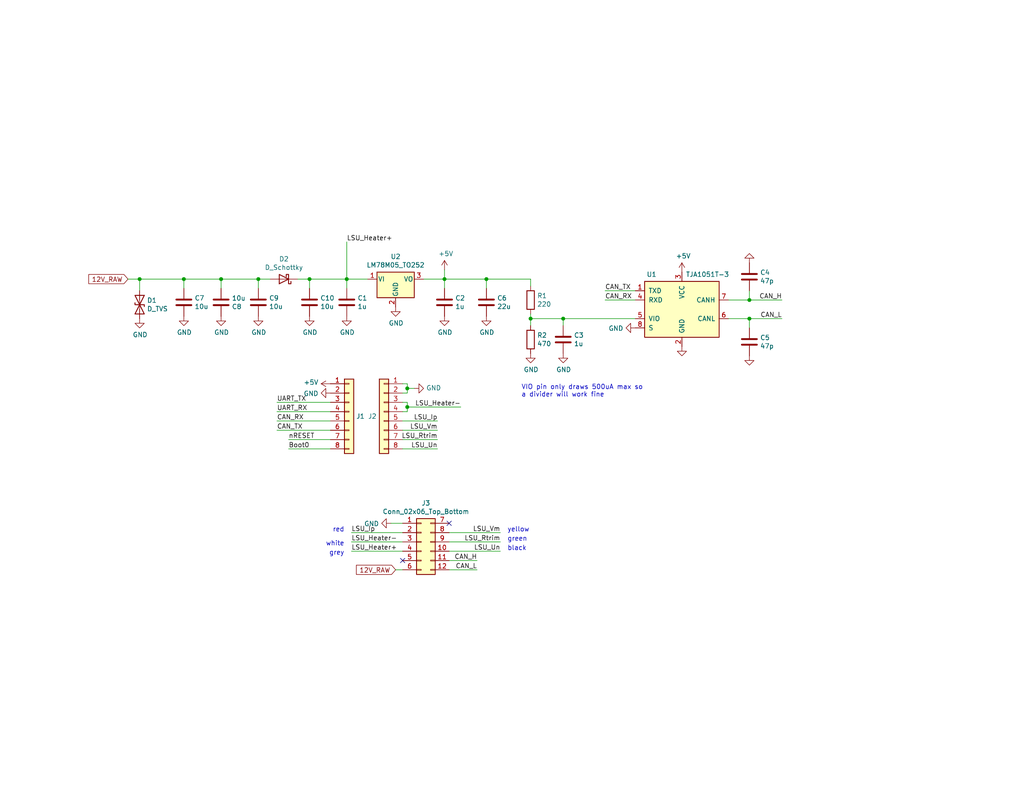
<source format=kicad_sch>
(kicad_sch (version 20211123) (generator eeschema)
  (paper "USLetter")
  (lib_symbols
    (symbol "Connector_Generic:Conn_01x08" (pin_names (offset 1.016) hide)
      (property "Reference" "J" (at 0 10.16 0))
      (property "Value" "Conn_01x08" (at 0 -12.7 0))
      (symbol "Conn_01x08_1_1"
        (rectangle (start -1.27 -10.033) (end 0 -10.287) (stroke (width 0.1524)))
        (rectangle (start -1.27 -7.493) (end 0 -7.747) (stroke (width 0.1524)))
        (rectangle (start -1.27 -4.953) (end 0 -5.207) (stroke (width 0.1524)))
        (rectangle (start -1.27 -2.413) (end 0 -2.667) (stroke (width 0.1524)))
        (rectangle (start -1.27 0.127) (end 0 -0.127) (stroke (width 0.1524)))
        (rectangle (start -1.27 2.667) (end 0 2.413) (stroke (width 0.1524)))
        (rectangle (start -1.27 5.207) (end 0 4.953) (stroke (width 0.1524)))
        (rectangle (start -1.27 7.747) (end 0 7.493) (stroke (width 0.1524)))
        (rectangle (start -1.27 8.89) (end 1.27 -11.43) (stroke (width 0.254)) (fill (type background)))
        (pin passive line (at -5.08 7.62 0) (length 3.81) (name "Pin_1") (number "1"))
        (pin passive line (at -5.08 5.08 0) (length 3.81) (name "Pin_2") (number "2"))
        (pin passive line (at -5.08 2.54 0) (length 3.81) (name "Pin_3") (number "3"))
        (pin passive line (at -5.08 0 0) (length 3.81) (name "Pin_4") (number "4"))
        (pin passive line (at -5.08 -2.54 0) (length 3.81) (name "Pin_5") (number "5"))
        (pin passive line (at -5.08 -5.08 0) (length 3.81) (name "Pin_6") (number "6"))
        (pin passive line (at -5.08 -7.62 0) (length 3.81) (name "Pin_7") (number "7"))
        (pin passive line (at -5.08 -10.16 0) (length 3.81) (name "Pin_8") (number "8"))
      )
    )
    (symbol "Connector_Generic:Conn_02x06_Top_Bottom" (pin_names (offset 1.016) hide)
      (property "Reference" "J" (at 1.27 7.62 0))
      (property "Value" "Conn_02x06_Top_Bottom" (at 1.27 -10.16 0))
      (symbol "Conn_02x06_Top_Bottom_1_1"
        (rectangle (start -1.27 -7.493) (end 0 -7.747) (stroke (width 0.1524)))
        (rectangle (start -1.27 -4.953) (end 0 -5.207) (stroke (width 0.1524)))
        (rectangle (start -1.27 -2.413) (end 0 -2.667) (stroke (width 0.1524)))
        (rectangle (start -1.27 0.127) (end 0 -0.127) (stroke (width 0.1524)))
        (rectangle (start -1.27 2.667) (end 0 2.413) (stroke (width 0.1524)))
        (rectangle (start -1.27 5.207) (end 0 4.953) (stroke (width 0.1524)))
        (rectangle (start -1.27 6.35) (end 3.81 -8.89) (stroke (width 0.254)) (fill (type background)))
        (rectangle (start 3.81 -7.493) (end 2.54 -7.747) (stroke (width 0.1524)))
        (rectangle (start 3.81 -4.953) (end 2.54 -5.207) (stroke (width 0.1524)))
        (rectangle (start 3.81 -2.413) (end 2.54 -2.667) (stroke (width 0.1524)))
        (rectangle (start 3.81 0.127) (end 2.54 -0.127) (stroke (width 0.1524)))
        (rectangle (start 3.81 2.667) (end 2.54 2.413) (stroke (width 0.1524)))
        (rectangle (start 3.81 5.207) (end 2.54 4.953) (stroke (width 0.1524)))
        (pin passive line (at -5.08 5.08 0) (length 3.81) (name "Pin_1") (number "1"))
        (pin passive line (at 7.62 -2.54 180) (length 3.81) (name "Pin_10") (number "10"))
        (pin passive line (at 7.62 -5.08 180) (length 3.81) (name "Pin_11") (number "11"))
        (pin passive line (at 7.62 -7.62 180) (length 3.81) (name "Pin_12") (number "12"))
        (pin passive line (at -5.08 2.54 0) (length 3.81) (name "Pin_2") (number "2"))
        (pin passive line (at -5.08 0 0) (length 3.81) (name "Pin_3") (number "3"))
        (pin passive line (at -5.08 -2.54 0) (length 3.81) (name "Pin_4") (number "4"))
        (pin passive line (at -5.08 -5.08 0) (length 3.81) (name "Pin_5") (number "5"))
        (pin passive line (at -5.08 -7.62 0) (length 3.81) (name "Pin_6") (number "6"))
        (pin passive line (at 7.62 5.08 180) (length 3.81) (name "Pin_7") (number "7"))
        (pin passive line (at 7.62 2.54 180) (length 3.81) (name "Pin_8") (number "8"))
        (pin passive line (at 7.62 0 180) (length 3.81) (name "Pin_9") (number "9"))
      )
    )
    (symbol "Device:C" (pin_numbers hide) (pin_names (offset 0.254))
      (property "Reference" "C" (at 0.635 2.54 0))
      (property "Value" "C" (at 0.635 -2.54 0))
      (symbol "C_0_1"
        (polyline (pts (xy -2.032 -0.762) (xy 2.032 -0.762)) (stroke (width 0.508)))
        (polyline (pts (xy -2.032 0.762) (xy 2.032 0.762)) (stroke (width 0.508)))
      )
      (symbol "C_1_1"
        (pin passive line (at 0 3.81 270) (length 2.794) (name "~") (number "1"))
        (pin passive line (at 0 -3.81 90) (length 2.794) (name "~") (number "2"))
      )
    )
    (symbol "Device:D_Schottky" (pin_numbers hide) (pin_names (offset 1.016) hide)
      (property "Reference" "D" (at 0 2.54 0))
      (property "Value" "D_Schottky" (at 0 -2.54 0))
      (symbol "D_Schottky_0_1"
        (polyline (pts (xy 1.27 0) (xy -1.27 0)))
        (polyline (pts (xy 1.27 1.27) (xy 1.27 -1.27) (xy -1.27 0) (xy 1.27 1.27)) (stroke (width 0.254)))
        (polyline (pts (xy -1.905 0.635) (xy -1.905 1.27) (xy -1.27 1.27) (xy -1.27 -1.27) (xy -0.635 -1.27) (xy -0.635 -0.635)) (stroke (width 0.254)))
      )
      (symbol "D_Schottky_1_1"
        (pin passive line (at -3.81 0 0) (length 2.54) (name "K") (number "1"))
        (pin passive line (at 3.81 0 180) (length 2.54) (name "A") (number "2"))
      )
    )
    (symbol "Device:D_TVS" (pin_numbers hide) (pin_names (offset 1.016) hide)
      (property "Reference" "D" (at 0 2.54 0))
      (property "Value" "D_TVS" (at 0 -2.54 0))
      (symbol "D_TVS_0_1"
        (polyline (pts (xy 1.27 0) (xy -1.27 0)))
        (polyline (pts (xy 0.508 1.27) (xy 0 1.27) (xy 0 -1.27) (xy -0.508 -1.27)) (stroke (width 0.254)))
        (polyline (pts (xy -2.54 1.27) (xy -2.54 -1.27) (xy 2.54 1.27) (xy 2.54 -1.27) (xy -2.54 1.27)) (stroke (width 0.254)))
      )
      (symbol "D_TVS_1_1"
        (pin passive line (at -3.81 0 0) (length 2.54) (name "A1") (number "1"))
        (pin passive line (at 3.81 0 180) (length 2.54) (name "A2") (number "2"))
      )
    )
    (symbol "Device:R" (pin_numbers hide) (pin_names (offset 0))
      (property "Reference" "R" (at 2.032 0 90))
      (property "Value" "R" (at 0 0 90))
      (symbol "R_0_1"
        (rectangle (start -1.016 -2.54) (end 1.016 2.54) (stroke (width 0.254)))
      )
      (symbol "R_1_1"
        (pin passive line (at 0 3.81 270) (length 1.27) (name "~") (number "1"))
        (pin passive line (at 0 -3.81 90) (length 1.27) (name "~") (number "2"))
      )
    )
    (symbol "Interface_CAN_LIN:TJA1051T-3" (pin_names (offset 1.016))
      (property "Reference" "U" (at -10.16 8.89 0))
      (property "Value" "TJA1051T-3" (at 1.27 8.89 0))
      (symbol "TJA1051T-3_0_1"
        (rectangle (start -10.16 7.62) (end 10.16 -7.62) (stroke (width 0.254)) (fill (type background)))
      )
      (symbol "TJA1051T-3_1_1"
        (pin input line (at -12.7 5.08 0) (length 2.54) (name "TXD") (number "1"))
        (pin power_in line (at 0 -10.16 90) (length 2.54) (name "GND") (number "2"))
        (pin power_in line (at 0 10.16 270) (length 2.54) (name "VCC") (number "3"))
        (pin output line (at -12.7 2.54 0) (length 2.54) (name "RXD") (number "4"))
        (pin power_in line (at -12.7 -2.54 0) (length 2.54) (name "VIO") (number "5"))
        (pin bidirectional line (at 12.7 -2.54 180) (length 2.54) (name "CANL") (number "6"))
        (pin bidirectional line (at 12.7 2.54 180) (length 2.54) (name "CANH") (number "7"))
        (pin input line (at -12.7 -5.08 0) (length 2.54) (name "S") (number "8"))
      )
    )
    (symbol "Regulator_Linear:LM78M05_TO252" (pin_names (offset 0.254))
      (property "Reference" "U" (at -3.81 3.175 0))
      (property "Value" "LM78M05_TO252" (at 0 3.175 0))
      (symbol "LM78M05_TO252_0_1"
        (rectangle (start -5.08 1.905) (end 5.08 -5.08) (stroke (width 0.254)) (fill (type background)))
      )
      (symbol "LM78M05_TO252_1_1"
        (pin power_in line (at -7.62 0 0) (length 2.54) (name "VI") (number "1"))
        (pin power_in line (at 0 -7.62 90) (length 2.54) (name "GND") (number "2"))
        (pin power_out line (at 7.62 0 180) (length 2.54) (name "VO") (number "3"))
      )
    )
    (symbol "power:+5V" (power) (pin_names (offset 0))
      (property "Value" "+5V" (at 0 3.556 0))
      (symbol "+5V_0_1"
        (polyline (pts (xy -0.762 1.27) (xy 0 2.54)))
        (polyline (pts (xy 0 0) (xy 0 2.54)))
        (polyline (pts (xy 0 2.54) (xy 0.762 1.27)))
      )
      (symbol "+5V_1_1"
        (pin power_in line (at 0 0 90) (length 0) hide (name "+5V") (number "1"))
      )
    )
    (symbol "power:GND" (power) (pin_names (offset 0))
      (property "Value" "GND" (at 0 -3.81 0))
      (symbol "GND_0_1"
        (polyline (pts (xy 0 0) (xy 0 -1.27) (xy 1.27 -1.27) (xy 0 -2.54) (xy -1.27 -1.27) (xy 0 -1.27)))
      )
      (symbol "GND_1_1"
        (pin power_in line (at 0 0 270) (length 0) hide (name "GND") (number "1"))
      )
    )
  )
  (junction (at 204.47 81.915))
  (junction (at 50.165 76.2))
  (junction (at 70.485 76.2))
  (junction (at 84.455 76.2))
  (junction (at 153.67 86.995))
  (junction (at 204.47 86.995))
  (junction (at 111.125 106.045))
  (junction (at 60.325 76.2))
  (junction (at 121.285 76.2))
  (junction (at 132.715 76.2))
  (junction (at 144.78 86.995))
  (junction (at 111.125 111.125))
  (junction (at 94.615 76.2))
  (junction (at 38.1 76.2))
  (no_connect (at 122.555 142.875))
  (no_connect (at 109.855 153.035))
  (wire (pts (xy 109.855 117.475) (xy 119.38 117.475)))
  (wire (pts (xy 75.565 109.855) (xy 90.17 109.855)))
  (wire (pts (xy 111.125 111.125) (xy 111.125 112.395)))
  (wire (pts (xy 60.325 76.2) (xy 60.325 78.74)))
  (wire (pts (xy 109.855 122.555) (xy 119.38 122.555)))
  (wire (pts (xy 106.68 142.875) (xy 109.855 142.875)))
  (wire (pts (xy 107.95 155.575) (xy 109.855 155.575)))
  (wire (pts (xy 204.47 81.915) (xy 198.755 81.915)))
  (wire (pts (xy 95.885 145.415) (xy 109.855 145.415)))
  (wire (pts (xy 119.38 114.935) (xy 109.855 114.935)))
  (wire (pts (xy 144.78 85.725) (xy 144.78 86.995)))
  (wire (pts (xy 50.165 78.74) (xy 50.165 76.2)))
  (wire (pts (xy 109.855 104.775) (xy 111.125 104.775)))
  (wire (pts (xy 111.125 104.775) (xy 111.125 106.045)))
  (wire (pts (xy 153.67 88.9) (xy 153.67 86.995)))
  (wire (pts (xy 95.885 147.955) (xy 109.855 147.955)))
  (wire (pts (xy 121.285 76.2) (xy 121.285 78.74)))
  (wire (pts (xy 38.1 76.2) (xy 38.1 79.375)))
  (wire (pts (xy 109.855 150.495) (xy 95.885 150.495)))
  (wire (pts (xy 111.125 106.045) (xy 111.125 107.315)))
  (wire (pts (xy 75.565 114.935) (xy 90.17 114.935)))
  (wire (pts (xy 213.36 86.995) (xy 204.47 86.995)))
  (wire (pts (xy 50.165 76.2) (xy 60.325 76.2)))
  (wire (pts (xy 111.125 107.315) (xy 109.855 107.315)))
  (wire (pts (xy 94.615 66.04) (xy 94.615 76.2)))
  (wire (pts (xy 130.175 155.575) (xy 122.555 155.575)))
  (wire (pts (xy 34.925 76.2) (xy 38.1 76.2)))
  (wire (pts (xy 165.1 79.375) (xy 173.355 79.375)))
  (wire (pts (xy 144.78 86.995) (xy 144.78 88.9)))
  (wire (pts (xy 109.855 109.855) (xy 111.125 109.855)))
  (wire (pts (xy 132.715 76.2) (xy 121.285 76.2)))
  (wire (pts (xy 122.555 145.415) (xy 136.525 145.415)))
  (wire (pts (xy 111.125 109.855) (xy 111.125 111.125)))
  (wire (pts (xy 122.555 147.955) (xy 136.525 147.955)))
  (wire (pts (xy 144.78 76.2) (xy 132.715 76.2)))
  (wire (pts (xy 121.285 76.2) (xy 121.285 73.66)))
  (wire (pts (xy 144.78 78.105) (xy 144.78 76.2)))
  (wire (pts (xy 84.455 78.74) (xy 84.455 76.2)))
  (wire (pts (xy 213.36 81.915) (xy 204.47 81.915)))
  (wire (pts (xy 60.325 76.2) (xy 70.485 76.2)))
  (wire (pts (xy 84.455 76.2) (xy 94.615 76.2)))
  (wire (pts (xy 111.125 112.395) (xy 109.855 112.395)))
  (wire (pts (xy 78.74 120.015) (xy 90.17 120.015)))
  (wire (pts (xy 204.47 86.995) (xy 204.47 89.535)))
  (wire (pts (xy 204.47 86.995) (xy 198.755 86.995)))
  (wire (pts (xy 153.67 86.995) (xy 173.355 86.995)))
  (wire (pts (xy 111.125 106.045) (xy 113.03 106.045)))
  (wire (pts (xy 144.78 86.995) (xy 153.67 86.995)))
  (wire (pts (xy 204.47 79.375) (xy 204.47 81.915)))
  (wire (pts (xy 70.485 76.2) (xy 73.66 76.2)))
  (wire (pts (xy 70.485 78.74) (xy 70.485 76.2)))
  (wire (pts (xy 38.1 76.2) (xy 50.165 76.2)))
  (wire (pts (xy 173.355 81.915) (xy 165.1 81.915)))
  (wire (pts (xy 109.855 120.015) (xy 119.38 120.015)))
  (wire (pts (xy 75.565 112.395) (xy 90.17 112.395)))
  (wire (pts (xy 100.33 76.2) (xy 94.615 76.2)))
  (wire (pts (xy 115.57 76.2) (xy 121.285 76.2)))
  (wire (pts (xy 78.74 122.555) (xy 90.17 122.555)))
  (wire (pts (xy 130.175 153.035) (xy 122.555 153.035)))
  (wire (pts (xy 94.615 78.74) (xy 94.615 76.2)))
  (wire (pts (xy 132.715 78.74) (xy 132.715 76.2)))
  (wire (pts (xy 75.565 117.475) (xy 90.17 117.475)))
  (wire (pts (xy 81.28 76.2) (xy 84.455 76.2)))
  (wire (pts (xy 122.555 150.495) (xy 136.525 150.495)))
  (wire (pts (xy 125.73 111.125) (xy 111.125 111.125)))
  (text "yellow" (at 138.43 145.415 0) (effects (font (size 1.27 1.27)) (justify left bottom)))
  (text "green" (at 138.43 147.955 0) (effects (font (size 1.27 1.27)) (justify left bottom)))
  (text "red" (at 93.98 145.415 180) (effects (font (size 1.27 1.27)) (justify right bottom)))
  (text "black" (at 138.43 150.495 0) (effects (font (size 1.27 1.27)) (justify left bottom)))
  (text "white" (at 93.98 149.225 180) (effects (font (size 1.27 1.27)) (justify right bottom)))
  (text "VIO pin only draws 500uA max so\na divider will work fine" (at 142.24 108.585 0) (effects (font (size 1.27 1.27)) (justify left bottom)))
  (text "grey" (at 93.98 151.765 180) (effects (font (size 1.27 1.27)) (justify right bottom)))
  (label "LSU_Ip" (at 95.885 145.415 0))
  (label "LSU_Un" (at 136.525 150.495 180))
  (label "LSU_Un" (at 119.38 122.555 180))
  (label "CAN_RX" (at 75.565 114.935 0))
  (label "UART_TX" (at 75.565 109.855 0))
  (label "CAN_H" (at 213.36 81.915 180))
  (label "LSU_Rtrim" (at 136.525 147.955 180))
  (label "LSU_Heater-" (at 125.73 111.125 180))
  (label "LSU_Vm" (at 119.38 117.475 180))
  (label "CAN_H" (at 130.175 153.035 180))
  (label "CAN_TX" (at 165.1 79.375 0))
  (label "LSU_Heater+" (at 95.885 150.495 0))
  (label "CAN_L" (at 213.36 86.995 180))
  (label "Boot0" (at 78.74 122.555 0))
  (label "LSU_Vm" (at 136.525 145.415 180))
  (label "LSU_Heater-" (at 95.885 147.955 0))
  (label "nRESET" (at 78.74 120.015 0))
  (label "LSU_Ip" (at 119.38 114.935 180))
  (label "UART_RX" (at 75.565 112.395 0))
  (label "CAN_RX" (at 165.1 81.915 0))
  (label "LSU_Heater+" (at 94.615 66.04 0))
  (label "CAN_TX" (at 75.565 117.475 0))
  (label "CAN_L" (at 130.175 155.575 180))
  (label "LSU_Rtrim" (at 119.38 120.015 180))
  (global_label "12V_RAW" (shape input) (at 107.95 155.575 180) (property "Intersheet References" "${INTERSHEET_REFS}" (effects hide)))
  (global_label "12V_RAW" (shape input) (at 34.925 76.2 180) (property "Intersheet References" "${INTERSHEET_REFS}" (effects hide)))
  (symbol (lib_id "power:GND") (at 186.055 94.615 0) (unit 1)
    (property "Reference" "#PWR0101" (effects hide))
    (property "Value" "GND" (effects hide))
  )
  (symbol (lib_id "Device:D_Schottky") (at 77.47 76.2 180) (unit 1)
    (property "Reference" "D2" (at 77.47 70.7136 0))
    (property "Value" "D_Schottky" (at 77.47 73.025 0))
    (property "Footprint" "Diode_SMD:D_SMA" (effects hide))
    (property "LCSC" "C22452" (effects hide))
  )
  (symbol (lib_id "Device:D_TVS") (at 38.1 83.185 270) (unit 1)
    (property "Reference" "D1" (at 40.1066 82.0166 90) (effects (justify left)))
    (property "Value" "D_TVS" (at 40.1066 84.328 90) (effects (justify left)))
    (property "Footprint" "Diode_SMD:D_SMC" (effects hide))
    (property "LCSC" "C151279" (effects hide))
  )
  (symbol (lib_id "power:GND") (at 38.1 86.995 0) (unit 1)
    (property "Reference" "#PWR0102" (effects hide))
    (property "Value" "GND" (at 38.227 91.3892 0))
  )
  (symbol (lib_id "Device:C") (at 94.615 82.55 0) (unit 1)
    (property "Reference" "C1" (at 97.536 81.3816 0) (effects (justify left)))
    (property "Value" "1u" (at 97.536 83.693 0) (effects (justify left)))
    (property "Footprint" "Capacitor_SMD:C_0603_1608Metric" (effects hide))
    (property "LCSC" "C15849" (effects hide))
  )
  (symbol (lib_id "power:GND") (at 94.615 86.36 0) (unit 1)
    (property "Reference" "#PWR0103" (effects hide))
    (property "Value" "GND" (at 94.742 90.7542 0))
  )
  (symbol (lib_id "Regulator_Linear:LM78M05_TO252") (at 107.95 76.2 0) (unit 1)
    (property "Reference" "U2" (at 107.95 70.0532 0))
    (property "Value" "LM78M05_TO252" (at 107.95 72.3646 0))
    (property "Footprint" "Package_TO_SOT_SMD:TO-252-2" (effects hide))
    (property "Datasheet" "http://www.fairchildsemi.com/ds/LM/LM78M05.pdf" (effects hide))
    (property "LCSC" "C58069" (effects hide))
  )
  (symbol (lib_id "power:GND") (at 107.95 83.82 0) (unit 1)
    (property "Reference" "#PWR0104" (effects hide))
    (property "Value" "GND" (at 108.077 88.2142 0))
  )
  (symbol (lib_id "power:+5V") (at 121.285 73.66 0) (unit 1)
    (property "Reference" "#PWR0105" (effects hide))
    (property "Value" "+5V" (at 121.666 69.2658 0))
  )
  (symbol (lib_id "Interface_CAN_LIN:TJA1051T-3") (at 186.055 84.455 0) (unit 1)
    (property "Reference" "U1" (at 177.8 74.93 0))
    (property "Value" "TJA1051T-3" (at 193.04 74.93 0))
    (property "Footprint" "Package_SO:SOIC-8_3.9x4.9mm_P1.27mm" (effects hide))
    (property "Datasheet" "http://www.nxp.com/documents/data_sheet/TJA1051.pdf" (effects hide))
    (property "LCSC" "C38695" (effects hide))
  )
  (symbol (lib_id "power:+5V") (at 186.055 74.295 0) (unit 1)
    (property "Reference" "#PWR0106" (effects hide))
    (property "Value" "+5V" (at 186.436 69.9008 0))
  )
  (symbol (lib_id "power:GND") (at 173.355 89.535 270) (unit 1)
    (property "Reference" "#PWR0107" (effects hide))
    (property "Value" "GND" (at 170.1038 89.662 90) (effects (justify right)))
  )
  (symbol (lib_id "Device:C") (at 121.285 82.55 0) (unit 1)
    (property "Reference" "C2" (at 124.206 81.3816 0) (effects (justify left)))
    (property "Value" "1u" (at 124.206 83.693 0) (effects (justify left)))
    (property "Footprint" "Capacitor_SMD:C_0603_1608Metric" (effects hide))
    (property "LCSC" "C15849" (effects hide))
  )
  (symbol (lib_id "power:GND") (at 121.285 86.36 0) (unit 1)
    (property "Reference" "#PWR0109" (effects hide))
    (property "Value" "GND" (at 121.412 90.7542 0))
  )
  (symbol (lib_id "Device:R") (at 144.78 81.915 0) (unit 1)
    (property "Reference" "R1" (at 146.558 80.7466 0) (effects (justify left)))
    (property "Value" "220" (at 146.558 83.058 0) (effects (justify left)))
    (property "Footprint" "Resistor_SMD:R_0603_1608Metric" (effects hide))
    (property "LCSC" "C22962" (effects hide))
  )
  (symbol (lib_id "Device:R") (at 144.78 92.71 0) (unit 1)
    (property "Reference" "R2" (at 146.558 91.5416 0) (effects (justify left)))
    (property "Value" "470" (at 146.558 93.853 0) (effects (justify left)))
    (property "Footprint" "Resistor_SMD:R_0603_1608Metric" (effects hide))
    (property "LCSC" "C23179" (effects hide))
  )
  (symbol (lib_id "power:GND") (at 144.78 96.52 0) (unit 1)
    (property "Reference" "#PWR0108" (effects hide))
    (property "Value" "GND" (at 144.907 100.9142 0))
  )
  (symbol (lib_id "Device:C") (at 153.67 92.71 0) (unit 1)
    (property "Reference" "C3" (at 156.591 91.5416 0) (effects (justify left)))
    (property "Value" "1u" (at 156.591 93.853 0) (effects (justify left)))
    (property "Footprint" "Capacitor_SMD:C_0603_1608Metric" (effects hide))
    (property "LCSC" "C15849" (effects hide))
  )
  (symbol (lib_id "power:GND") (at 153.67 96.52 0) (unit 1)
    (property "Reference" "#PWR0110" (effects hide))
    (property "Value" "GND" (at 153.797 100.9142 0))
  )
  (symbol (lib_id "Connector_Generic:Conn_01x08") (at 104.775 112.395 0) (mirror y) (unit 1)
    (property "Reference" "J2" (at 101.6 113.665 0))
    (property "Value" "Conn_01x08" (effects hide))
    (property "Footprint" "Connector_PinSocket_2.54mm:PinSocket_1x08_P2.54mm_Vertical" (effects hide))
  )
  (symbol (lib_id "Connector_Generic:Conn_01x08") (at 95.25 112.395 0) (unit 1)
    (property "Reference" "J1" (at 97.155 113.665 0) (effects (justify left)))
    (property "Value" "Conn_01x08" (effects hide))
    (property "Footprint" "Connector_PinSocket_2.54mm:PinSocket_1x08_P2.54mm_Vertical" (effects hide))
  )
  (symbol (lib_id "power:+5V") (at 90.17 104.775 90) (unit 1)
    (property "Reference" "#PWR0111" (effects hide))
    (property "Value" "+5V" (at 86.9188 104.394 90) (effects (justify left)))
  )
  (symbol (lib_id "power:GND") (at 90.17 107.315 270) (unit 1)
    (property "Reference" "#PWR0112" (effects hide))
    (property "Value" "GND" (at 86.9188 107.442 90) (effects (justify right)))
  )
  (symbol (lib_id "power:GND") (at 113.03 106.045 90) (unit 1)
    (property "Reference" "#PWR0113" (effects hide))
    (property "Value" "GND" (at 116.2812 105.918 90) (effects (justify right)))
  )
  (symbol (lib_id "Device:C") (at 204.47 75.565 0) (unit 1)
    (property "Reference" "C4" (at 207.391 74.3966 0) (effects (justify left)))
    (property "Value" "47p" (at 207.391 76.708 0) (effects (justify left)))
    (property "Footprint" "Capacitor_SMD:C_0402_1005Metric" (effects hide))
    (property "LCSC" "C1567" (effects hide))
  )
  (symbol (lib_id "Device:C") (at 204.47 93.345 0) (unit 1)
    (property "Reference" "C5" (at 207.391 92.1766 0) (effects (justify left)))
    (property "Value" "47p" (at 207.391 94.488 0) (effects (justify left)))
    (property "Footprint" "Capacitor_SMD:C_0402_1005Metric" (effects hide))
    (property "LCSC" "C1567" (effects hide))
  )
  (symbol (lib_id "power:GND") (at 204.47 97.155 0) (unit 1)
    (property "Reference" "#PWR0114" (effects hide))
    (property "Value" "GND" (effects hide))
  )
  (symbol (lib_id "power:GND") (at 204.47 71.755 180) (unit 1)
    (property "Reference" "#PWR0116" (effects hide))
    (property "Value" "GND" (effects hide))
  )
  (symbol (lib_id "Connector_Generic:Conn_02x06_Top_Bottom") (at 114.935 147.955 0) (unit 1)
    (property "Reference" "J3" (at 116.205 137.3632 0))
    (property "Value" "Conn_02x06_Top_Bottom" (at 116.205 139.6746 0))
    (property "Footprint" "mx120:mx120g-12" (effects hide))
  )
  (symbol (lib_id "power:GND") (at 106.68 142.875 270) (unit 1)
    (property "Reference" "#PWR0115" (effects hide))
    (property "Value" "GND" (at 103.4288 143.002 90) (effects (justify right)))
  )
  (symbol (lib_id "Device:C") (at 132.715 82.55 0) (unit 1)
    (property "Reference" "C6" (at 135.636 81.3816 0) (effects (justify left)))
    (property "Value" "22u" (at 135.636 83.693 0) (effects (justify left)))
    (property "Footprint" "Capacitor_SMD:C_0805_2012Metric" (effects hide))
    (property "LCSC" "C45783" (effects hide))
  )
  (symbol (lib_id "power:GND") (at 132.715 86.36 0) (unit 1)
    (property "Reference" "#PWR0117" (effects hide))
    (property "Value" "GND" (at 132.842 90.7542 0))
  )
  (symbol (lib_id "Device:C") (at 50.165 82.55 0) (unit 1)
    (property "Reference" "C7" (at 53.086 81.3816 0) (effects (justify left)))
    (property "Value" "10u" (at 53.086 83.693 0) (effects (justify left)))
    (property "Footprint" "Capacitor_SMD:C_1206_3216Metric" (effects hide))
    (property "LCSC" "C13585" (effects hide))
  )
  (symbol (lib_id "Device:C") (at 70.485 82.55 0) (unit 1)
    (property "Reference" "C9" (at 73.406 81.3816 0) (effects (justify left)))
    (property "Value" "10u" (at 73.406 83.693 0) (effects (justify left)))
    (property "Footprint" "Capacitor_SMD:C_1206_3216Metric" (effects hide))
    (property "LCSC" "C13585" (effects hide))
  )
  (symbol (lib_id "Device:C") (at 60.325 82.55 0) (mirror x) (unit 1)
    (property "Reference" "C8" (at 63.246 83.7184 0) (effects (justify left)))
    (property "Value" "10u" (at 63.246 81.407 0) (effects (justify left)))
    (property "Footprint" "Capacitor_SMD:C_1206_3216Metric" (effects hide))
    (property "LCSC" "C13585" (effects hide))
  )
  (symbol (lib_id "power:GND") (at 70.485 86.36 0) (unit 1)
    (property "Reference" "#PWR0118" (effects hide))
    (property "Value" "GND" (at 70.612 90.7542 0))
  )
  (symbol (lib_id "power:GND") (at 60.325 86.36 0) (unit 1)
    (property "Reference" "#PWR0119" (effects hide))
    (property "Value" "GND" (at 60.452 90.7542 0))
  )
  (symbol (lib_id "power:GND") (at 50.165 86.36 0) (unit 1)
    (property "Reference" "#PWR0120" (effects hide))
    (property "Value" "GND" (at 50.292 90.7542 0))
  )
  (symbol (lib_id "Device:C") (at 84.455 82.55 0) (unit 1)
    (property "Reference" "C10" (at 87.376 81.3816 0) (effects (justify left)))
    (property "Value" "10u" (at 87.376 83.693 0) (effects (justify left)))
    (property "Footprint" "Capacitor_SMD:C_1206_3216Metric" (effects hide))
    (property "LCSC" "C13585" (effects hide))
  )
  (symbol (lib_id "power:GND") (at 84.455 86.36 0) (unit 1)
    (property "Reference" "#PWR0121" (effects hide))
    (property "Value" "GND" (at 84.582 90.7542 0))
  )
)
</source>
